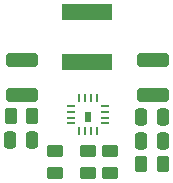
<source format=gtp>
%TF.GenerationSoftware,KiCad,Pcbnew,9.0.4*%
%TF.CreationDate,2025-10-22T22:17:21-04:00*%
%TF.ProjectId,buck_regulator_12V_3A_L6983,6275636b-5f72-4656-9775-6c61746f725f,rev?*%
%TF.SameCoordinates,Original*%
%TF.FileFunction,Paste,Top*%
%TF.FilePolarity,Positive*%
%FSLAX46Y46*%
G04 Gerber Fmt 4.6, Leading zero omitted, Abs format (unit mm)*
G04 Created by KiCad (PCBNEW 9.0.4) date 2025-10-22 22:17:21*
%MOMM*%
%LPD*%
G01*
G04 APERTURE LIST*
G04 Aperture macros list*
%AMRoundRect*
0 Rectangle with rounded corners*
0 $1 Rounding radius*
0 $2 $3 $4 $5 $6 $7 $8 $9 X,Y pos of 4 corners*
0 Add a 4 corners polygon primitive as box body*
4,1,4,$2,$3,$4,$5,$6,$7,$8,$9,$2,$3,0*
0 Add four circle primitives for the rounded corners*
1,1,$1+$1,$2,$3*
1,1,$1+$1,$4,$5*
1,1,$1+$1,$6,$7*
1,1,$1+$1,$8,$9*
0 Add four rect primitives between the rounded corners*
20,1,$1+$1,$2,$3,$4,$5,0*
20,1,$1+$1,$4,$5,$6,$7,0*
20,1,$1+$1,$6,$7,$8,$9,0*
20,1,$1+$1,$8,$9,$2,$3,0*%
G04 Aperture macros list end*
%ADD10RoundRect,0.250000X0.450000X-0.262500X0.450000X0.262500X-0.450000X0.262500X-0.450000X-0.262500X0*%
%ADD11R,4.292600X1.397000*%
%ADD12RoundRect,0.250000X-0.450000X0.262500X-0.450000X-0.262500X0.450000X-0.262500X0.450000X0.262500X0*%
%ADD13RoundRect,0.250000X-0.250000X-0.475000X0.250000X-0.475000X0.250000X0.475000X-0.250000X0.475000X0*%
%ADD14RoundRect,0.250000X0.250000X0.475000X-0.250000X0.475000X-0.250000X-0.475000X0.250000X-0.475000X0*%
%ADD15RoundRect,0.250000X-0.262500X-0.450000X0.262500X-0.450000X0.262500X0.450000X-0.262500X0.450000X0*%
%ADD16RoundRect,0.250000X1.100000X-0.325000X1.100000X0.325000X-1.100000X0.325000X-1.100000X-0.325000X0*%
%ADD17R,0.762000X0.203200*%
%ADD18R,0.203200X0.762000*%
%ADD19R,0.533400X0.914400*%
G04 APERTURE END LIST*
D10*
%TO.C,R18*%
X144400000Y-112875000D03*
X144400000Y-114700000D03*
%TD*%
D11*
%TO.C,L2*%
X144300000Y-101134400D03*
X144300000Y-105300000D03*
%TD*%
D12*
%TO.C,R17*%
X141600000Y-114700000D03*
X141600000Y-112875000D03*
%TD*%
%TO.C,R19*%
X146300000Y-112875000D03*
X146300000Y-114700000D03*
%TD*%
D13*
%TO.C,C24*%
X150749000Y-110000000D03*
X148849000Y-110000000D03*
%TD*%
D14*
%TO.C,C22*%
X139700000Y-111900000D03*
X137800000Y-111900000D03*
%TD*%
D15*
%TO.C,R15*%
X137875000Y-109900000D03*
X139700000Y-109900000D03*
%TD*%
D16*
%TO.C,C25*%
X149900000Y-105200000D03*
X149900000Y-108150000D03*
%TD*%
D17*
%TO.C,U4*%
X142977600Y-109042801D03*
X142977600Y-109542927D03*
X142977600Y-110043053D03*
X142977600Y-110543179D03*
D18*
X143649811Y-111215390D03*
X144149937Y-111215390D03*
X144650063Y-111215390D03*
X145150189Y-111215390D03*
D17*
X145822400Y-110543179D03*
X145822400Y-110043053D03*
X145822400Y-109542927D03*
X145822400Y-109042801D03*
D18*
X145150189Y-108370590D03*
X144650063Y-108370590D03*
X144149937Y-108370590D03*
X143649811Y-108370590D03*
D19*
X144400000Y-110000000D03*
%TD*%
D16*
%TO.C,C21*%
X138800000Y-105150000D03*
X138800000Y-108100000D03*
%TD*%
D15*
%TO.C,R16*%
X148924000Y-114000000D03*
X150749000Y-114000000D03*
%TD*%
D14*
%TO.C,C23*%
X150749000Y-112000000D03*
X148849000Y-112000000D03*
%TD*%
M02*

</source>
